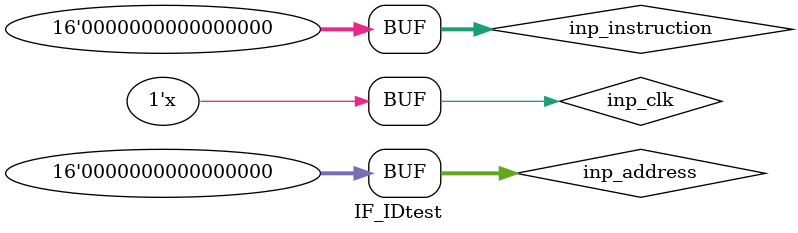
<source format=v>
`timescale 1ns / 1ps


module IF_IDtest;

	// Inputs
	reg inp_clk;
	reg [15:0] inp_instruction;
	reg [15:0] inp_address;

	// Outputs
	wire [15:0] out_instruction;
	wire [15:0] out_address;

	// Instantiate the Unit Under Test (UUT)
	IF_ID uut (
		.inp_clk(inp_clk), 
		.inp_instruction(inp_instruction), 
		.inp_address(inp_address), 
		.out_instruction(out_instruction), 
		.out_address(out_address)
	);

	initial begin
		// Initialize Inputs
		inp_clk = 0;
		inp_instruction = 0;
		inp_address = 0;

		// Wait 100 ns for global reset to finish
		#6;
		inp_instruction = 2;
		inp_address = 3;
		#10;
		inp_instruction = 20;
		inp_address = 30;
		#10;
		inp_instruction = 100;
		inp_address = 200;
		#10;
		inp_instruction = 255;
		inp_address = 127;
		#10;
		inp_instruction = 0;
		inp_address = 0;
		
		// Add stimulus here

	end
always
begin
	#5
	inp_clk = ~inp_clk;
end   
endmodule


</source>
